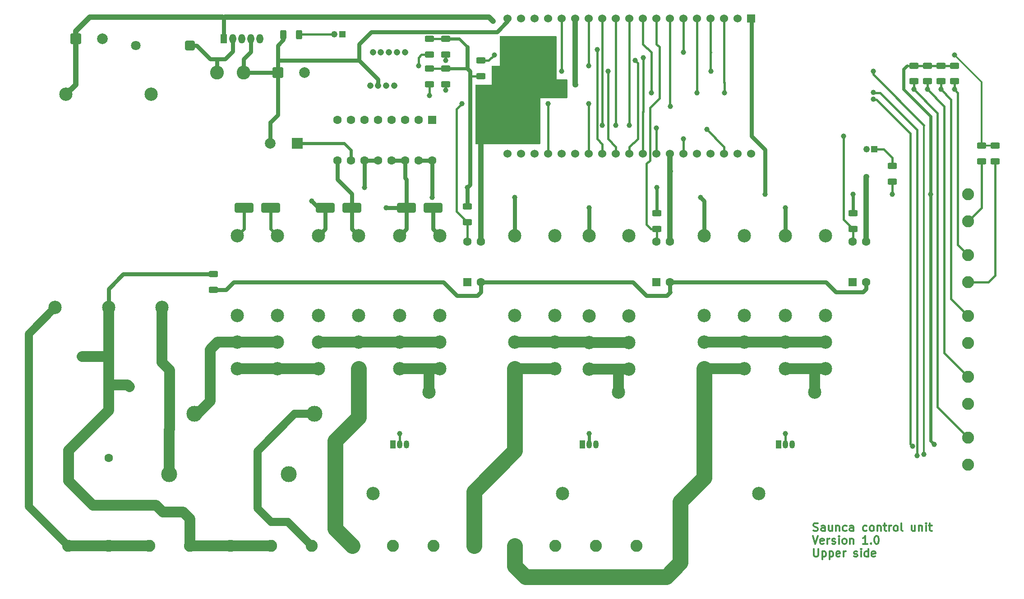
<source format=gbr>
%TF.GenerationSoftware,KiCad,Pcbnew,9.0.7*%
%TF.CreationDate,2026-02-09T15:58:26+01:00*%
%TF.ProjectId,SaunaPCB,5361756e-6150-4434-922e-6b696361645f,0.0.1*%
%TF.SameCoordinates,Original*%
%TF.FileFunction,Copper,L1,Top*%
%TF.FilePolarity,Positive*%
%FSLAX46Y46*%
G04 Gerber Fmt 4.6, Leading zero omitted, Abs format (unit mm)*
G04 Created by KiCad (PCBNEW 9.0.7) date 2026-02-09 15:58:26*
%MOMM*%
%LPD*%
G01*
G04 APERTURE LIST*
G04 Aperture macros list*
%AMRoundRect*
0 Rectangle with rounded corners*
0 $1 Rounding radius*
0 $2 $3 $4 $5 $6 $7 $8 $9 X,Y pos of 4 corners*
0 Add a 4 corners polygon primitive as box body*
4,1,4,$2,$3,$4,$5,$6,$7,$8,$9,$2,$3,0*
0 Add four circle primitives for the rounded corners*
1,1,$1+$1,$2,$3*
1,1,$1+$1,$4,$5*
1,1,$1+$1,$6,$7*
1,1,$1+$1,$8,$9*
0 Add four rect primitives between the rounded corners*
20,1,$1+$1,$2,$3,$4,$5,0*
20,1,$1+$1,$4,$5,$6,$7,0*
20,1,$1+$1,$6,$7,$8,$9,0*
20,1,$1+$1,$8,$9,$2,$3,0*%
G04 Aperture macros list end*
%ADD10C,0.300000*%
%TA.AperFunction,NonConductor*%
%ADD11C,0.300000*%
%TD*%
%TA.AperFunction,ComponentPad*%
%ADD12RoundRect,0.250000X0.550000X-0.550000X0.550000X0.550000X-0.550000X0.550000X-0.550000X-0.550000X0*%
%TD*%
%TA.AperFunction,ComponentPad*%
%ADD13C,1.600000*%
%TD*%
%TA.AperFunction,ComponentPad*%
%ADD14C,1.800000*%
%TD*%
%TA.AperFunction,ComponentPad*%
%ADD15C,2.250000*%
%TD*%
%TA.AperFunction,ComponentPad*%
%ADD16RoundRect,0.250000X-0.550000X0.550000X-0.550000X-0.550000X0.550000X-0.550000X0.550000X0.550000X0*%
%TD*%
%TA.AperFunction,ComponentPad*%
%ADD17C,2.500000*%
%TD*%
%TA.AperFunction,ComponentPad*%
%ADD18R,1.050000X1.500000*%
%TD*%
%TA.AperFunction,ComponentPad*%
%ADD19O,1.050000X1.500000*%
%TD*%
%TA.AperFunction,SMDPad,CuDef*%
%ADD20RoundRect,0.250000X-0.625000X0.312500X-0.625000X-0.312500X0.625000X-0.312500X0.625000X0.312500X0*%
%TD*%
%TA.AperFunction,ComponentPad*%
%ADD21C,3.000000*%
%TD*%
%TA.AperFunction,SMDPad,CuDef*%
%ADD22RoundRect,0.250000X1.500000X0.650000X-1.500000X0.650000X-1.500000X-0.650000X1.500000X-0.650000X0*%
%TD*%
%TA.AperFunction,ComponentPad*%
%ADD23R,1.275000X1.800000*%
%TD*%
%TA.AperFunction,ComponentPad*%
%ADD24O,1.275000X1.800000*%
%TD*%
%TA.AperFunction,ComponentPad*%
%ADD25C,1.208000*%
%TD*%
%TA.AperFunction,ComponentPad*%
%ADD26R,1.238000X1.238000*%
%TD*%
%TA.AperFunction,ComponentPad*%
%ADD27C,1.238000*%
%TD*%
%TA.AperFunction,ComponentPad*%
%ADD28R,2.000000X2.000000*%
%TD*%
%TA.AperFunction,ComponentPad*%
%ADD29C,2.000000*%
%TD*%
%TA.AperFunction,ComponentPad*%
%ADD30RoundRect,0.250000X0.650000X0.650000X-0.650000X0.650000X-0.650000X-0.650000X0.650000X-0.650000X0*%
%TD*%
%TA.AperFunction,ComponentPad*%
%ADD31RoundRect,0.250000X-0.750000X-0.750000X0.750000X-0.750000X0.750000X0.750000X-0.750000X0.750000X0*%
%TD*%
%TA.AperFunction,SMDPad,CuDef*%
%ADD32RoundRect,0.250000X0.625000X-0.312500X0.625000X0.312500X-0.625000X0.312500X-0.625000X-0.312500X0*%
%TD*%
%TA.AperFunction,SMDPad,CuDef*%
%ADD33RoundRect,0.250000X-0.312500X-0.625000X0.312500X-0.625000X0.312500X0.625000X-0.312500X0.625000X0*%
%TD*%
%TA.AperFunction,ComponentPad*%
%ADD34C,2.600000*%
%TD*%
%TA.AperFunction,ComponentPad*%
%ADD35R,1.530000X1.530000*%
%TD*%
%TA.AperFunction,ComponentPad*%
%ADD36C,1.530000*%
%TD*%
%TA.AperFunction,ViaPad*%
%ADD37C,1.000000*%
%TD*%
%TA.AperFunction,Conductor*%
%ADD38C,1.000000*%
%TD*%
%TA.AperFunction,Conductor*%
%ADD39C,0.400000*%
%TD*%
%TA.AperFunction,Conductor*%
%ADD40C,0.600000*%
%TD*%
%TA.AperFunction,Conductor*%
%ADD41C,0.800000*%
%TD*%
%TA.AperFunction,Conductor*%
%ADD42C,2.000000*%
%TD*%
%TA.AperFunction,Conductor*%
%ADD43C,3.000000*%
%TD*%
%TA.AperFunction,Conductor*%
%ADD44C,1.500000*%
%TD*%
%TA.AperFunction,Conductor*%
%ADD45C,0.300000*%
%TD*%
G04 APERTURE END LIST*
D10*
D11*
X212939082Y-145695568D02*
X213153368Y-145766996D01*
X213153368Y-145766996D02*
X213510510Y-145766996D01*
X213510510Y-145766996D02*
X213653368Y-145695568D01*
X213653368Y-145695568D02*
X213724796Y-145624139D01*
X213724796Y-145624139D02*
X213796225Y-145481282D01*
X213796225Y-145481282D02*
X213796225Y-145338425D01*
X213796225Y-145338425D02*
X213724796Y-145195568D01*
X213724796Y-145195568D02*
X213653368Y-145124139D01*
X213653368Y-145124139D02*
X213510510Y-145052710D01*
X213510510Y-145052710D02*
X213224796Y-144981282D01*
X213224796Y-144981282D02*
X213081939Y-144909853D01*
X213081939Y-144909853D02*
X213010510Y-144838425D01*
X213010510Y-144838425D02*
X212939082Y-144695568D01*
X212939082Y-144695568D02*
X212939082Y-144552710D01*
X212939082Y-144552710D02*
X213010510Y-144409853D01*
X213010510Y-144409853D02*
X213081939Y-144338425D01*
X213081939Y-144338425D02*
X213224796Y-144266996D01*
X213224796Y-144266996D02*
X213581939Y-144266996D01*
X213581939Y-144266996D02*
X213796225Y-144338425D01*
X215081939Y-145766996D02*
X215081939Y-144981282D01*
X215081939Y-144981282D02*
X215010510Y-144838425D01*
X215010510Y-144838425D02*
X214867653Y-144766996D01*
X214867653Y-144766996D02*
X214581939Y-144766996D01*
X214581939Y-144766996D02*
X214439081Y-144838425D01*
X215081939Y-145695568D02*
X214939081Y-145766996D01*
X214939081Y-145766996D02*
X214581939Y-145766996D01*
X214581939Y-145766996D02*
X214439081Y-145695568D01*
X214439081Y-145695568D02*
X214367653Y-145552710D01*
X214367653Y-145552710D02*
X214367653Y-145409853D01*
X214367653Y-145409853D02*
X214439081Y-145266996D01*
X214439081Y-145266996D02*
X214581939Y-145195568D01*
X214581939Y-145195568D02*
X214939081Y-145195568D01*
X214939081Y-145195568D02*
X215081939Y-145124139D01*
X216439082Y-144766996D02*
X216439082Y-145766996D01*
X215796224Y-144766996D02*
X215796224Y-145552710D01*
X215796224Y-145552710D02*
X215867653Y-145695568D01*
X215867653Y-145695568D02*
X216010510Y-145766996D01*
X216010510Y-145766996D02*
X216224796Y-145766996D01*
X216224796Y-145766996D02*
X216367653Y-145695568D01*
X216367653Y-145695568D02*
X216439082Y-145624139D01*
X217153367Y-144766996D02*
X217153367Y-145766996D01*
X217153367Y-144909853D02*
X217224796Y-144838425D01*
X217224796Y-144838425D02*
X217367653Y-144766996D01*
X217367653Y-144766996D02*
X217581939Y-144766996D01*
X217581939Y-144766996D02*
X217724796Y-144838425D01*
X217724796Y-144838425D02*
X217796225Y-144981282D01*
X217796225Y-144981282D02*
X217796225Y-145766996D01*
X219153368Y-145695568D02*
X219010510Y-145766996D01*
X219010510Y-145766996D02*
X218724796Y-145766996D01*
X218724796Y-145766996D02*
X218581939Y-145695568D01*
X218581939Y-145695568D02*
X218510510Y-145624139D01*
X218510510Y-145624139D02*
X218439082Y-145481282D01*
X218439082Y-145481282D02*
X218439082Y-145052710D01*
X218439082Y-145052710D02*
X218510510Y-144909853D01*
X218510510Y-144909853D02*
X218581939Y-144838425D01*
X218581939Y-144838425D02*
X218724796Y-144766996D01*
X218724796Y-144766996D02*
X219010510Y-144766996D01*
X219010510Y-144766996D02*
X219153368Y-144838425D01*
X220439082Y-145766996D02*
X220439082Y-144981282D01*
X220439082Y-144981282D02*
X220367653Y-144838425D01*
X220367653Y-144838425D02*
X220224796Y-144766996D01*
X220224796Y-144766996D02*
X219939082Y-144766996D01*
X219939082Y-144766996D02*
X219796224Y-144838425D01*
X220439082Y-145695568D02*
X220296224Y-145766996D01*
X220296224Y-145766996D02*
X219939082Y-145766996D01*
X219939082Y-145766996D02*
X219796224Y-145695568D01*
X219796224Y-145695568D02*
X219724796Y-145552710D01*
X219724796Y-145552710D02*
X219724796Y-145409853D01*
X219724796Y-145409853D02*
X219796224Y-145266996D01*
X219796224Y-145266996D02*
X219939082Y-145195568D01*
X219939082Y-145195568D02*
X220296224Y-145195568D01*
X220296224Y-145195568D02*
X220439082Y-145124139D01*
X222939082Y-145695568D02*
X222796224Y-145766996D01*
X222796224Y-145766996D02*
X222510510Y-145766996D01*
X222510510Y-145766996D02*
X222367653Y-145695568D01*
X222367653Y-145695568D02*
X222296224Y-145624139D01*
X222296224Y-145624139D02*
X222224796Y-145481282D01*
X222224796Y-145481282D02*
X222224796Y-145052710D01*
X222224796Y-145052710D02*
X222296224Y-144909853D01*
X222296224Y-144909853D02*
X222367653Y-144838425D01*
X222367653Y-144838425D02*
X222510510Y-144766996D01*
X222510510Y-144766996D02*
X222796224Y-144766996D01*
X222796224Y-144766996D02*
X222939082Y-144838425D01*
X223796224Y-145766996D02*
X223653367Y-145695568D01*
X223653367Y-145695568D02*
X223581938Y-145624139D01*
X223581938Y-145624139D02*
X223510510Y-145481282D01*
X223510510Y-145481282D02*
X223510510Y-145052710D01*
X223510510Y-145052710D02*
X223581938Y-144909853D01*
X223581938Y-144909853D02*
X223653367Y-144838425D01*
X223653367Y-144838425D02*
X223796224Y-144766996D01*
X223796224Y-144766996D02*
X224010510Y-144766996D01*
X224010510Y-144766996D02*
X224153367Y-144838425D01*
X224153367Y-144838425D02*
X224224796Y-144909853D01*
X224224796Y-144909853D02*
X224296224Y-145052710D01*
X224296224Y-145052710D02*
X224296224Y-145481282D01*
X224296224Y-145481282D02*
X224224796Y-145624139D01*
X224224796Y-145624139D02*
X224153367Y-145695568D01*
X224153367Y-145695568D02*
X224010510Y-145766996D01*
X224010510Y-145766996D02*
X223796224Y-145766996D01*
X224939081Y-144766996D02*
X224939081Y-145766996D01*
X224939081Y-144909853D02*
X225010510Y-144838425D01*
X225010510Y-144838425D02*
X225153367Y-144766996D01*
X225153367Y-144766996D02*
X225367653Y-144766996D01*
X225367653Y-144766996D02*
X225510510Y-144838425D01*
X225510510Y-144838425D02*
X225581939Y-144981282D01*
X225581939Y-144981282D02*
X225581939Y-145766996D01*
X226081939Y-144766996D02*
X226653367Y-144766996D01*
X226296224Y-144266996D02*
X226296224Y-145552710D01*
X226296224Y-145552710D02*
X226367653Y-145695568D01*
X226367653Y-145695568D02*
X226510510Y-145766996D01*
X226510510Y-145766996D02*
X226653367Y-145766996D01*
X227153367Y-145766996D02*
X227153367Y-144766996D01*
X227153367Y-145052710D02*
X227224796Y-144909853D01*
X227224796Y-144909853D02*
X227296225Y-144838425D01*
X227296225Y-144838425D02*
X227439082Y-144766996D01*
X227439082Y-144766996D02*
X227581939Y-144766996D01*
X228296224Y-145766996D02*
X228153367Y-145695568D01*
X228153367Y-145695568D02*
X228081938Y-145624139D01*
X228081938Y-145624139D02*
X228010510Y-145481282D01*
X228010510Y-145481282D02*
X228010510Y-145052710D01*
X228010510Y-145052710D02*
X228081938Y-144909853D01*
X228081938Y-144909853D02*
X228153367Y-144838425D01*
X228153367Y-144838425D02*
X228296224Y-144766996D01*
X228296224Y-144766996D02*
X228510510Y-144766996D01*
X228510510Y-144766996D02*
X228653367Y-144838425D01*
X228653367Y-144838425D02*
X228724796Y-144909853D01*
X228724796Y-144909853D02*
X228796224Y-145052710D01*
X228796224Y-145052710D02*
X228796224Y-145481282D01*
X228796224Y-145481282D02*
X228724796Y-145624139D01*
X228724796Y-145624139D02*
X228653367Y-145695568D01*
X228653367Y-145695568D02*
X228510510Y-145766996D01*
X228510510Y-145766996D02*
X228296224Y-145766996D01*
X229653367Y-145766996D02*
X229510510Y-145695568D01*
X229510510Y-145695568D02*
X229439081Y-145552710D01*
X229439081Y-145552710D02*
X229439081Y-144266996D01*
X232010510Y-144766996D02*
X232010510Y-145766996D01*
X231367652Y-144766996D02*
X231367652Y-145552710D01*
X231367652Y-145552710D02*
X231439081Y-145695568D01*
X231439081Y-145695568D02*
X231581938Y-145766996D01*
X231581938Y-145766996D02*
X231796224Y-145766996D01*
X231796224Y-145766996D02*
X231939081Y-145695568D01*
X231939081Y-145695568D02*
X232010510Y-145624139D01*
X232724795Y-144766996D02*
X232724795Y-145766996D01*
X232724795Y-144909853D02*
X232796224Y-144838425D01*
X232796224Y-144838425D02*
X232939081Y-144766996D01*
X232939081Y-144766996D02*
X233153367Y-144766996D01*
X233153367Y-144766996D02*
X233296224Y-144838425D01*
X233296224Y-144838425D02*
X233367653Y-144981282D01*
X233367653Y-144981282D02*
X233367653Y-145766996D01*
X234081938Y-145766996D02*
X234081938Y-144766996D01*
X234081938Y-144266996D02*
X234010510Y-144338425D01*
X234010510Y-144338425D02*
X234081938Y-144409853D01*
X234081938Y-144409853D02*
X234153367Y-144338425D01*
X234153367Y-144338425D02*
X234081938Y-144266996D01*
X234081938Y-144266996D02*
X234081938Y-144409853D01*
X234581939Y-144766996D02*
X235153367Y-144766996D01*
X234796224Y-144266996D02*
X234796224Y-145552710D01*
X234796224Y-145552710D02*
X234867653Y-145695568D01*
X234867653Y-145695568D02*
X235010510Y-145766996D01*
X235010510Y-145766996D02*
X235153367Y-145766996D01*
X212796225Y-146681912D02*
X213296225Y-148181912D01*
X213296225Y-148181912D02*
X213796225Y-146681912D01*
X214867653Y-148110484D02*
X214724796Y-148181912D01*
X214724796Y-148181912D02*
X214439082Y-148181912D01*
X214439082Y-148181912D02*
X214296224Y-148110484D01*
X214296224Y-148110484D02*
X214224796Y-147967626D01*
X214224796Y-147967626D02*
X214224796Y-147396198D01*
X214224796Y-147396198D02*
X214296224Y-147253341D01*
X214296224Y-147253341D02*
X214439082Y-147181912D01*
X214439082Y-147181912D02*
X214724796Y-147181912D01*
X214724796Y-147181912D02*
X214867653Y-147253341D01*
X214867653Y-147253341D02*
X214939082Y-147396198D01*
X214939082Y-147396198D02*
X214939082Y-147539055D01*
X214939082Y-147539055D02*
X214224796Y-147681912D01*
X215581938Y-148181912D02*
X215581938Y-147181912D01*
X215581938Y-147467626D02*
X215653367Y-147324769D01*
X215653367Y-147324769D02*
X215724796Y-147253341D01*
X215724796Y-147253341D02*
X215867653Y-147181912D01*
X215867653Y-147181912D02*
X216010510Y-147181912D01*
X216439081Y-148110484D02*
X216581938Y-148181912D01*
X216581938Y-148181912D02*
X216867652Y-148181912D01*
X216867652Y-148181912D02*
X217010509Y-148110484D01*
X217010509Y-148110484D02*
X217081938Y-147967626D01*
X217081938Y-147967626D02*
X217081938Y-147896198D01*
X217081938Y-147896198D02*
X217010509Y-147753341D01*
X217010509Y-147753341D02*
X216867652Y-147681912D01*
X216867652Y-147681912D02*
X216653367Y-147681912D01*
X216653367Y-147681912D02*
X216510509Y-147610484D01*
X216510509Y-147610484D02*
X216439081Y-147467626D01*
X216439081Y-147467626D02*
X216439081Y-147396198D01*
X216439081Y-147396198D02*
X216510509Y-147253341D01*
X216510509Y-147253341D02*
X216653367Y-147181912D01*
X216653367Y-147181912D02*
X216867652Y-147181912D01*
X216867652Y-147181912D02*
X217010509Y-147253341D01*
X217724795Y-148181912D02*
X217724795Y-147181912D01*
X217724795Y-146681912D02*
X217653367Y-146753341D01*
X217653367Y-146753341D02*
X217724795Y-146824769D01*
X217724795Y-146824769D02*
X217796224Y-146753341D01*
X217796224Y-146753341D02*
X217724795Y-146681912D01*
X217724795Y-146681912D02*
X217724795Y-146824769D01*
X218653367Y-148181912D02*
X218510510Y-148110484D01*
X218510510Y-148110484D02*
X218439081Y-148039055D01*
X218439081Y-148039055D02*
X218367653Y-147896198D01*
X218367653Y-147896198D02*
X218367653Y-147467626D01*
X218367653Y-147467626D02*
X218439081Y-147324769D01*
X218439081Y-147324769D02*
X218510510Y-147253341D01*
X218510510Y-147253341D02*
X218653367Y-147181912D01*
X218653367Y-147181912D02*
X218867653Y-147181912D01*
X218867653Y-147181912D02*
X219010510Y-147253341D01*
X219010510Y-147253341D02*
X219081939Y-147324769D01*
X219081939Y-147324769D02*
X219153367Y-147467626D01*
X219153367Y-147467626D02*
X219153367Y-147896198D01*
X219153367Y-147896198D02*
X219081939Y-148039055D01*
X219081939Y-148039055D02*
X219010510Y-148110484D01*
X219010510Y-148110484D02*
X218867653Y-148181912D01*
X218867653Y-148181912D02*
X218653367Y-148181912D01*
X219796224Y-147181912D02*
X219796224Y-148181912D01*
X219796224Y-147324769D02*
X219867653Y-147253341D01*
X219867653Y-147253341D02*
X220010510Y-147181912D01*
X220010510Y-147181912D02*
X220224796Y-147181912D01*
X220224796Y-147181912D02*
X220367653Y-147253341D01*
X220367653Y-147253341D02*
X220439082Y-147396198D01*
X220439082Y-147396198D02*
X220439082Y-148181912D01*
X223081939Y-148181912D02*
X222224796Y-148181912D01*
X222653367Y-148181912D02*
X222653367Y-146681912D01*
X222653367Y-146681912D02*
X222510510Y-146896198D01*
X222510510Y-146896198D02*
X222367653Y-147039055D01*
X222367653Y-147039055D02*
X222224796Y-147110484D01*
X223724795Y-148039055D02*
X223796224Y-148110484D01*
X223796224Y-148110484D02*
X223724795Y-148181912D01*
X223724795Y-148181912D02*
X223653367Y-148110484D01*
X223653367Y-148110484D02*
X223724795Y-148039055D01*
X223724795Y-148039055D02*
X223724795Y-148181912D01*
X224724796Y-146681912D02*
X224867653Y-146681912D01*
X224867653Y-146681912D02*
X225010510Y-146753341D01*
X225010510Y-146753341D02*
X225081939Y-146824769D01*
X225081939Y-146824769D02*
X225153367Y-146967626D01*
X225153367Y-146967626D02*
X225224796Y-147253341D01*
X225224796Y-147253341D02*
X225224796Y-147610484D01*
X225224796Y-147610484D02*
X225153367Y-147896198D01*
X225153367Y-147896198D02*
X225081939Y-148039055D01*
X225081939Y-148039055D02*
X225010510Y-148110484D01*
X225010510Y-148110484D02*
X224867653Y-148181912D01*
X224867653Y-148181912D02*
X224724796Y-148181912D01*
X224724796Y-148181912D02*
X224581939Y-148110484D01*
X224581939Y-148110484D02*
X224510510Y-148039055D01*
X224510510Y-148039055D02*
X224439081Y-147896198D01*
X224439081Y-147896198D02*
X224367653Y-147610484D01*
X224367653Y-147610484D02*
X224367653Y-147253341D01*
X224367653Y-147253341D02*
X224439081Y-146967626D01*
X224439081Y-146967626D02*
X224510510Y-146824769D01*
X224510510Y-146824769D02*
X224581939Y-146753341D01*
X224581939Y-146753341D02*
X224724796Y-146681912D01*
X213010510Y-149096828D02*
X213010510Y-150311114D01*
X213010510Y-150311114D02*
X213081939Y-150453971D01*
X213081939Y-150453971D02*
X213153368Y-150525400D01*
X213153368Y-150525400D02*
X213296225Y-150596828D01*
X213296225Y-150596828D02*
X213581939Y-150596828D01*
X213581939Y-150596828D02*
X213724796Y-150525400D01*
X213724796Y-150525400D02*
X213796225Y-150453971D01*
X213796225Y-150453971D02*
X213867653Y-150311114D01*
X213867653Y-150311114D02*
X213867653Y-149096828D01*
X214581939Y-149596828D02*
X214581939Y-151096828D01*
X214581939Y-149668257D02*
X214724797Y-149596828D01*
X214724797Y-149596828D02*
X215010511Y-149596828D01*
X215010511Y-149596828D02*
X215153368Y-149668257D01*
X215153368Y-149668257D02*
X215224797Y-149739685D01*
X215224797Y-149739685D02*
X215296225Y-149882542D01*
X215296225Y-149882542D02*
X215296225Y-150311114D01*
X215296225Y-150311114D02*
X215224797Y-150453971D01*
X215224797Y-150453971D02*
X215153368Y-150525400D01*
X215153368Y-150525400D02*
X215010511Y-150596828D01*
X215010511Y-150596828D02*
X214724797Y-150596828D01*
X214724797Y-150596828D02*
X214581939Y-150525400D01*
X215939082Y-149596828D02*
X215939082Y-151096828D01*
X215939082Y-149668257D02*
X216081940Y-149596828D01*
X216081940Y-149596828D02*
X216367654Y-149596828D01*
X216367654Y-149596828D02*
X216510511Y-149668257D01*
X216510511Y-149668257D02*
X216581940Y-149739685D01*
X216581940Y-149739685D02*
X216653368Y-149882542D01*
X216653368Y-149882542D02*
X216653368Y-150311114D01*
X216653368Y-150311114D02*
X216581940Y-150453971D01*
X216581940Y-150453971D02*
X216510511Y-150525400D01*
X216510511Y-150525400D02*
X216367654Y-150596828D01*
X216367654Y-150596828D02*
X216081940Y-150596828D01*
X216081940Y-150596828D02*
X215939082Y-150525400D01*
X217867654Y-150525400D02*
X217724797Y-150596828D01*
X217724797Y-150596828D02*
X217439083Y-150596828D01*
X217439083Y-150596828D02*
X217296225Y-150525400D01*
X217296225Y-150525400D02*
X217224797Y-150382542D01*
X217224797Y-150382542D02*
X217224797Y-149811114D01*
X217224797Y-149811114D02*
X217296225Y-149668257D01*
X217296225Y-149668257D02*
X217439083Y-149596828D01*
X217439083Y-149596828D02*
X217724797Y-149596828D01*
X217724797Y-149596828D02*
X217867654Y-149668257D01*
X217867654Y-149668257D02*
X217939083Y-149811114D01*
X217939083Y-149811114D02*
X217939083Y-149953971D01*
X217939083Y-149953971D02*
X217224797Y-150096828D01*
X218581939Y-150596828D02*
X218581939Y-149596828D01*
X218581939Y-149882542D02*
X218653368Y-149739685D01*
X218653368Y-149739685D02*
X218724797Y-149668257D01*
X218724797Y-149668257D02*
X218867654Y-149596828D01*
X218867654Y-149596828D02*
X219010511Y-149596828D01*
X220581939Y-150525400D02*
X220724796Y-150596828D01*
X220724796Y-150596828D02*
X221010510Y-150596828D01*
X221010510Y-150596828D02*
X221153367Y-150525400D01*
X221153367Y-150525400D02*
X221224796Y-150382542D01*
X221224796Y-150382542D02*
X221224796Y-150311114D01*
X221224796Y-150311114D02*
X221153367Y-150168257D01*
X221153367Y-150168257D02*
X221010510Y-150096828D01*
X221010510Y-150096828D02*
X220796225Y-150096828D01*
X220796225Y-150096828D02*
X220653367Y-150025400D01*
X220653367Y-150025400D02*
X220581939Y-149882542D01*
X220581939Y-149882542D02*
X220581939Y-149811114D01*
X220581939Y-149811114D02*
X220653367Y-149668257D01*
X220653367Y-149668257D02*
X220796225Y-149596828D01*
X220796225Y-149596828D02*
X221010510Y-149596828D01*
X221010510Y-149596828D02*
X221153367Y-149668257D01*
X221867653Y-150596828D02*
X221867653Y-149596828D01*
X221867653Y-149096828D02*
X221796225Y-149168257D01*
X221796225Y-149168257D02*
X221867653Y-149239685D01*
X221867653Y-149239685D02*
X221939082Y-149168257D01*
X221939082Y-149168257D02*
X221867653Y-149096828D01*
X221867653Y-149096828D02*
X221867653Y-149239685D01*
X223224797Y-150596828D02*
X223224797Y-149096828D01*
X223224797Y-150525400D02*
X223081939Y-150596828D01*
X223081939Y-150596828D02*
X222796225Y-150596828D01*
X222796225Y-150596828D02*
X222653368Y-150525400D01*
X222653368Y-150525400D02*
X222581939Y-150453971D01*
X222581939Y-150453971D02*
X222510511Y-150311114D01*
X222510511Y-150311114D02*
X222510511Y-149882542D01*
X222510511Y-149882542D02*
X222581939Y-149739685D01*
X222581939Y-149739685D02*
X222653368Y-149668257D01*
X222653368Y-149668257D02*
X222796225Y-149596828D01*
X222796225Y-149596828D02*
X223081939Y-149596828D01*
X223081939Y-149596828D02*
X223224797Y-149668257D01*
X224510511Y-150525400D02*
X224367654Y-150596828D01*
X224367654Y-150596828D02*
X224081940Y-150596828D01*
X224081940Y-150596828D02*
X223939082Y-150525400D01*
X223939082Y-150525400D02*
X223867654Y-150382542D01*
X223867654Y-150382542D02*
X223867654Y-149811114D01*
X223867654Y-149811114D02*
X223939082Y-149668257D01*
X223939082Y-149668257D02*
X224081940Y-149596828D01*
X224081940Y-149596828D02*
X224367654Y-149596828D01*
X224367654Y-149596828D02*
X224510511Y-149668257D01*
X224510511Y-149668257D02*
X224581940Y-149811114D01*
X224581940Y-149811114D02*
X224581940Y-149953971D01*
X224581940Y-149953971D02*
X223867654Y-150096828D01*
D12*
%TO.P,U204,1*%
%TO.N,Net-(D207-K)*%
X183495000Y-98980000D03*
D13*
%TO.P,U204,2*%
%TO.N,Net-(D206-A)*%
X186035000Y-98980000D03*
%TO.P,U204,3*%
%TO.N,GND*%
X186035000Y-91360000D03*
%TO.P,U204,4*%
%TO.N,L2_Sense*%
X183495000Y-91360000D03*
%TD*%
D14*
%TO.P,RV201,1*%
%TO.N,N*%
X84567000Y-118665000D03*
%TO.P,RV201,2*%
%TO.N,L1_ON*%
X92067000Y-120298330D03*
%TD*%
D15*
%TO.P,J304,1*%
%TO.N,GND*%
X241920000Y-98980000D03*
%TO.P,J304,2*%
%TO.N,KTY_Oven*%
X241920000Y-93900000D03*
%TD*%
D16*
%TO.P,U301,1,I1*%
%TO.N,/Controller part/R1_3V3*%
X141336000Y-68500000D03*
D13*
%TO.P,U301,2,I2*%
X138796000Y-68500000D03*
%TO.P,U301,3,I3*%
%TO.N,/Controller part/R2_3V3*%
X136256000Y-68500000D03*
%TO.P,U301,4,I4*%
X133716000Y-68500000D03*
%TO.P,U301,5,I5*%
%TO.N,/Controller part/R3_3V3*%
X131176000Y-68500000D03*
%TO.P,U301,6,I6*%
X128636000Y-68500000D03*
%TO.P,U301,7,I7*%
%TO.N,/Controller part/Summer_3V3*%
X126096000Y-68500000D03*
%TO.P,U301,8,GND*%
%TO.N,GND*%
X123556000Y-68500000D03*
%TO.P,U301,9,COM*%
%TO.N,24VR*%
X123556000Y-76120000D03*
%TO.P,U301,10,O7*%
%TO.N,Net-(U301-O7)*%
X126096000Y-76120000D03*
%TO.P,U301,11,O6*%
%TO.N,Relais_3*%
X128636000Y-76120000D03*
%TO.P,U301,12,O5*%
X131176000Y-76120000D03*
%TO.P,U301,13,O4*%
%TO.N,Relais_2*%
X133716000Y-76120000D03*
%TO.P,U301,14,O3*%
X136256000Y-76120000D03*
%TO.P,U301,15,O2*%
%TO.N,Relais_1*%
X138796000Y-76120000D03*
%TO.P,U301,16,O1*%
X141336000Y-76120000D03*
%TD*%
D12*
%TO.P,U205,1*%
%TO.N,Net-(D208-K)*%
X220325000Y-98975000D03*
D13*
%TO.P,U205,2*%
%TO.N,Net-(D206-A)*%
X222865000Y-98975000D03*
%TO.P,U205,3*%
%TO.N,GND*%
X222865000Y-91355000D03*
%TO.P,U205,4*%
%TO.N,L3_Sense*%
X220325000Y-91355000D03*
%TD*%
D17*
%TO.P,K206,11a*%
%TO.N,/Power distribution part/L1_SW*%
X142800000Y-110290000D03*
%TO.P,K206,11b*%
X135300000Y-110290000D03*
%TO.P,K206,12a*%
%TO.N,unconnected-(K206-Pad12a)*%
X142800000Y-105290000D03*
%TO.P,K206,12b*%
%TO.N,unconnected-(K206-Pad12b)*%
X135300000Y-105290000D03*
%TO.P,K206,14a*%
%TO.N,/Power distribution part/K206_Out*%
X142800000Y-115290000D03*
%TO.P,K206,14b*%
X135300000Y-115290000D03*
%TO.P,K206,A1*%
%TO.N,24VR*%
X142800000Y-90290000D03*
%TO.P,K206,A2*%
%TO.N,Relais_2*%
X135300000Y-90290000D03*
%TD*%
D15*
%TO.P,J302,1*%
%TO.N,GND*%
X241920000Y-121840000D03*
%TO.P,J302,2*%
%TO.N,Standby_OnOff*%
X241920000Y-116760000D03*
%TD*%
D18*
%TO.P,U208,1,VCC*%
%TO.N,+3V3*%
X133970000Y-129460000D03*
D19*
%TO.P,U208,2,GND*%
%TO.N,GND*%
X135240000Y-129460000D03*
%TO.P,U208,3,OUT*%
%TO.N,I_L1*%
X136510000Y-129460000D03*
%TD*%
D15*
%TO.P,J203,1*%
%TO.N,PE*%
X73010000Y-148510000D03*
%TO.P,J203,2*%
X80630000Y-148510000D03*
%TO.P,J203,3*%
X88250000Y-148510000D03*
%TD*%
D17*
%TO.P,K207,11a*%
%TO.N,Net-(F201-Pad1)*%
X112320000Y-110290000D03*
%TO.P,K207,11b*%
X104820000Y-110290000D03*
%TO.P,K207,12a*%
%TO.N,unconnected-(K207-Pad12a)*%
X112320000Y-105290000D03*
%TO.P,K207,12b*%
%TO.N,unconnected-(K207-Pad12b)*%
X104820000Y-105290000D03*
%TO.P,K207,14a*%
%TO.N,L1*%
X112320000Y-115290000D03*
%TO.P,K207,14b*%
X104820000Y-115290000D03*
%TO.P,K207,A1*%
%TO.N,24VR*%
X112320000Y-90290000D03*
%TO.P,K207,A2*%
%TO.N,Relais_3*%
X104820000Y-90290000D03*
%TD*%
D15*
%TO.P,J303,1*%
%TO.N,GND*%
X241920000Y-110410000D03*
%TO.P,J303,2*%
%TO.N,Door_Contact*%
X241920000Y-105330000D03*
%TD*%
D20*
%TO.P,R306,1*%
%TO.N,+3V3*%
X143876000Y-58909500D03*
%TO.P,R306,2*%
%TO.N,SCL*%
X143876000Y-61834500D03*
%TD*%
D21*
%TO.P,F201,1*%
%TO.N,Net-(F201-Pad1)*%
X96759000Y-123745000D03*
%TO.P,F201,2*%
%TO.N,Light_out*%
X119259000Y-123745000D03*
%TD*%
D22*
%TO.P,D202,1,K*%
%TO.N,24VR*%
X141550000Y-85010000D03*
%TO.P,D202,2,A*%
%TO.N,Relais_2*%
X136550000Y-85010000D03*
%TD*%
D23*
%TO.P,U202,1,VIN*%
%TO.N,+24V*%
X102220000Y-53260000D03*
D24*
%TO.P,U202,2,OUT*%
%TO.N,Net-(D203-K)*%
X103920000Y-53260000D03*
%TO.P,U202,3,GND*%
%TO.N,GND*%
X105620000Y-53260000D03*
%TO.P,U202,4,FB*%
%TO.N,+5V*%
X107320000Y-53260000D03*
%TO.P,U202,5,~{ON}/OFF*%
%TO.N,GND*%
X109020000Y-53260000D03*
%TD*%
D15*
%TO.P,J202,1*%
%TO.N,N*%
X95870000Y-148510000D03*
%TO.P,J202,2*%
X103490000Y-148510000D03*
%TO.P,J202,3*%
X111110000Y-148510000D03*
%TD*%
D17*
%TO.P,L201,1,1*%
%TO.N,/Power distribution part/L3_OUT*%
X202650000Y-138710000D03*
%TO.P,L201,2,2*%
%TO.N,/Power distribution part/K202_Out*%
X213150000Y-119710000D03*
%TD*%
D25*
%TO.P,J306,1,1*%
%TO.N,GND*%
X129748000Y-62120000D03*
%TO.P,J306,2,2*%
%TO.N,+5V*%
X131248000Y-62120000D03*
%TO.P,J306,3,3*%
%TO.N,SDA*%
X132748000Y-62120000D03*
%TO.P,J306,4,4*%
%TO.N,SCL*%
X134248000Y-62120000D03*
%TD*%
D26*
%TO.P,D204,1,K*%
%TO.N,GND*%
X124520000Y-52440000D03*
D27*
%TO.P,D204,2,A*%
%TO.N,Net-(D204-A)*%
X123020000Y-52440000D03*
%TD*%
D28*
%TO.P,LS301,1,1*%
%TO.N,Net-(U301-O7)*%
X116020785Y-72945000D03*
D29*
%TO.P,LS301,2,2*%
%TO.N,+5V*%
X111020785Y-72945000D03*
%TD*%
D13*
%TO.P,C202,1*%
%TO.N,N*%
X75670000Y-112950000D03*
%TO.P,C202,2*%
%TO.N,L1_ON*%
X90670000Y-112950000D03*
%TD*%
D30*
%TO.P,D203,1,K*%
%TO.N,Net-(D203-K)*%
X95870000Y-54530000D03*
D14*
%TO.P,D203,2,A*%
%TO.N,GND*%
X85710000Y-54530000D03*
%TD*%
D31*
%TO.P,C205,1*%
%TO.N,+5V*%
X112380000Y-59610000D03*
D29*
%TO.P,C205,2*%
%TO.N,GND*%
X117380000Y-59610000D03*
%TD*%
D15*
%TO.P,J201,1*%
%TO.N,L1*%
X141590000Y-148510000D03*
%TO.P,J201,2*%
%TO.N,L2*%
X149210000Y-148510000D03*
%TO.P,J201,3*%
%TO.N,L3*%
X156830000Y-148510000D03*
%TD*%
D17*
%TO.P,L204,1,1*%
%TO.N,/Power distribution part/L1_OUT*%
X130260000Y-138710000D03*
%TO.P,L204,2,2*%
%TO.N,/Power distribution part/K206_Out*%
X140760000Y-119710000D03*
%TD*%
D20*
%TO.P,R305,1*%
%TO.N,+3V3*%
X143876000Y-53321500D03*
%TO.P,R305,2*%
%TO.N,ENC_CLK*%
X143876000Y-56246500D03*
%TD*%
D17*
%TO.P,K202,11a*%
%TO.N,/Power distribution part/L3_SW*%
X215190000Y-110290000D03*
%TO.P,K202,11b*%
X207690000Y-110290000D03*
%TO.P,K202,12a*%
%TO.N,unconnected-(K202-Pad12a)*%
X215190000Y-105290000D03*
%TO.P,K202,12b*%
%TO.N,unconnected-(K202-Pad12b)*%
X207690000Y-105290000D03*
%TO.P,K202,14a*%
%TO.N,/Power distribution part/K202_Out*%
X215190000Y-115290000D03*
%TO.P,K202,14b*%
X207690000Y-115290000D03*
%TO.P,K202,A1*%
%TO.N,24VR*%
X215190000Y-90290000D03*
%TO.P,K202,A2*%
%TO.N,Relais_2*%
X207690000Y-90290000D03*
%TD*%
D20*
%TO.P,R307,1*%
%TO.N,+3V3*%
X140828000Y-53321500D03*
%TO.P,R307,2*%
%TO.N,ENC_DT*%
X140828000Y-56246500D03*
%TD*%
%TO.P,R309,1*%
%TO.N,+3V3*%
X140828000Y-58909500D03*
%TO.P,R309,2*%
%TO.N,SDA*%
X140828000Y-61834500D03*
%TD*%
D17*
%TO.P,K201,11a*%
%TO.N,/Power distribution part/L3_SW*%
X199950000Y-110290000D03*
%TO.P,K201,11b*%
X192450000Y-110290000D03*
%TO.P,K201,12a*%
%TO.N,unconnected-(K201-Pad12a)*%
X199950000Y-105290000D03*
%TO.P,K201,12b*%
%TO.N,unconnected-(K201-Pad12b)*%
X192450000Y-105290000D03*
%TO.P,K201,14a*%
%TO.N,L3*%
X199950000Y-115290000D03*
%TO.P,K201,14b*%
X192450000Y-115290000D03*
%TO.P,K201,A1*%
%TO.N,24VR*%
X199950000Y-90290000D03*
%TO.P,K201,A2*%
%TO.N,Relais_1*%
X192450000Y-90290000D03*
%TD*%
D15*
%TO.P,J301,1*%
%TO.N,GND*%
X241920000Y-133270000D03*
%TO.P,J301,2*%
%TO.N,Light_OnOff*%
X241920000Y-128190000D03*
%TD*%
D18*
%TO.P,U207,1,VCC*%
%TO.N,+3V3*%
X169530000Y-129460000D03*
D19*
%TO.P,U207,2,GND*%
%TO.N,GND*%
X170800000Y-129460000D03*
%TO.P,U207,3,OUT*%
%TO.N,I_L2*%
X172070000Y-129460000D03*
%TD*%
D17*
%TO.P,K203,11a*%
%TO.N,/Power distribution part/L2_SW*%
X164390000Y-110290000D03*
%TO.P,K203,11b*%
X156890000Y-110290000D03*
%TO.P,K203,12a*%
%TO.N,unconnected-(K203-Pad12a)*%
X164390000Y-105290000D03*
%TO.P,K203,12b*%
%TO.N,unconnected-(K203-Pad12b)*%
X156890000Y-105290000D03*
%TO.P,K203,14a*%
%TO.N,L2*%
X164390000Y-115290000D03*
%TO.P,K203,14b*%
X156890000Y-115290000D03*
%TO.P,K203,A1*%
%TO.N,24VR*%
X164390000Y-90290000D03*
%TO.P,K203,A2*%
%TO.N,Relais_1*%
X156890000Y-90290000D03*
%TD*%
%TO.P,K205,11a*%
%TO.N,/Power distribution part/L1_SW*%
X127560000Y-110290000D03*
%TO.P,K205,11b*%
X120060000Y-110290000D03*
%TO.P,K205,12a*%
%TO.N,unconnected-(K205-Pad12a)*%
X127560000Y-105290000D03*
%TO.P,K205,12b*%
%TO.N,unconnected-(K205-Pad12b)*%
X120060000Y-105290000D03*
%TO.P,K205,14a*%
%TO.N,L1*%
X127560000Y-115290000D03*
%TO.P,K205,14b*%
X120060000Y-115290000D03*
%TO.P,K205,A1*%
%TO.N,24VR*%
X127560000Y-90290000D03*
%TO.P,K205,A2*%
%TO.N,Relais_1*%
X120060000Y-90290000D03*
%TD*%
D12*
%TO.P,U203,1*%
%TO.N,Net-(D206-K)*%
X147940000Y-98980000D03*
D13*
%TO.P,U203,2*%
%TO.N,Net-(D206-A)*%
X150480000Y-98980000D03*
%TO.P,U203,3*%
%TO.N,GND*%
X150480000Y-91360000D03*
%TO.P,U203,4*%
%TO.N,L1_Sense*%
X147940000Y-91360000D03*
%TD*%
D15*
%TO.P,J204,1*%
%TO.N,24VR*%
X241920000Y-87550000D03*
%TO.P,J204,2*%
%TO.N,+24V*%
X241920000Y-82470000D03*
%TD*%
D32*
%TO.P,R212,1*%
%TO.N,L2_Sense*%
X183500000Y-89012500D03*
%TO.P,R212,2*%
%TO.N,+3V3*%
X183500000Y-86087500D03*
%TD*%
D15*
%TO.P,J205,1*%
%TO.N,/Power distribution part/L1_OUT*%
X164450000Y-148510000D03*
%TO.P,J205,2*%
%TO.N,/Power distribution part/L2_OUT*%
X172070000Y-148510000D03*
%TO.P,J205,3*%
%TO.N,/Power distribution part/L3_OUT*%
X179690000Y-148510000D03*
%TD*%
D13*
%TO.P,C201,1*%
%TO.N,PE*%
X65644000Y-123110000D03*
%TO.P,C201,2*%
%TO.N,N*%
X80644000Y-123110000D03*
%TD*%
D20*
%TO.P,R303,1*%
%TO.N,+3V3*%
X236840000Y-58340000D03*
%TO.P,R303,2*%
%TO.N,Door_Contact*%
X236840000Y-61265000D03*
%TD*%
D25*
%TO.P,J307,1,1*%
%TO.N,ENC_CLK*%
X136256000Y-55800000D03*
%TO.P,J307,2,2*%
%TO.N,ENC_DT*%
X134756000Y-55800000D03*
%TO.P,J307,3,3*%
%TO.N,ENC_SWITCH*%
X133256000Y-55800000D03*
%TO.P,J307,4,4*%
%TO.N,ENC_VCC*%
X131756000Y-55800000D03*
%TO.P,J307,5,5*%
%TO.N,GND*%
X130256000Y-55800000D03*
%TD*%
D20*
%TO.P,R202,1*%
%TO.N,24V_FB*%
X247000000Y-73387500D03*
%TO.P,R202,2*%
%TO.N,GND*%
X247000000Y-76312500D03*
%TD*%
D32*
%TO.P,R213,1*%
%TO.N,L3_Sense*%
X220330000Y-89012500D03*
%TO.P,R213,2*%
%TO.N,+3V3*%
X220330000Y-86087500D03*
%TD*%
D15*
%TO.P,J206,1*%
%TO.N,Light_out*%
X118730000Y-148510000D03*
%TO.P,J206,2*%
%TO.N,L1*%
X126350000Y-148510000D03*
%TO.P,J206,3*%
%TO.N,Net-(F202-Pad2)*%
X133970000Y-148510000D03*
%TD*%
D33*
%TO.P,R203,1*%
%TO.N,+5V*%
X113457500Y-52498000D03*
%TO.P,R203,2*%
%TO.N,Net-(D204-A)*%
X116382500Y-52498000D03*
%TD*%
D34*
%TO.P,L203,1,1*%
%TO.N,Net-(D203-K)*%
X100990000Y-59610000D03*
%TO.P,L203,2,2*%
%TO.N,+5V*%
X105990000Y-59610000D03*
%TD*%
D26*
%TO.P,J305,1,1*%
%TO.N,KTY_Room*%
X224382000Y-74030000D03*
D27*
%TO.P,J305,2,2*%
%TO.N,GND*%
X222882000Y-74030000D03*
%TD*%
D20*
%TO.P,R304,1*%
%TO.N,+3V3*%
X239380000Y-58340000D03*
%TO.P,R304,2*%
%TO.N,KTY_Oven*%
X239380000Y-61265000D03*
%TD*%
%TO.P,R302,1*%
%TO.N,+3V3*%
X234300000Y-58340000D03*
%TO.P,R302,2*%
%TO.N,Standby_OnOff*%
X234300000Y-61265000D03*
%TD*%
D21*
%TO.P,F202,1*%
%TO.N,L1_ON*%
X91986000Y-135048000D03*
%TO.P,F202,2*%
%TO.N,Net-(F202-Pad2)*%
X114486000Y-135048000D03*
%TD*%
D20*
%TO.P,R301,1*%
%TO.N,+3V3*%
X231760000Y-58340000D03*
%TO.P,R301,2*%
%TO.N,Light_OnOff*%
X231760000Y-61265000D03*
%TD*%
D32*
%TO.P,R308,1*%
%TO.N,+3V3*%
X227696000Y-80122500D03*
%TO.P,R308,2*%
%TO.N,KTY_Room*%
X227696000Y-77197500D03*
%TD*%
D22*
%TO.P,D201,1,K*%
%TO.N,24VR*%
X126310000Y-85010000D03*
%TO.P,D201,2,A*%
%TO.N,Relais_1*%
X121310000Y-85010000D03*
%TD*%
D17*
%TO.P,L202,1,1*%
%TO.N,/Power distribution part/L2_OUT*%
X165820000Y-138710000D03*
%TO.P,L202,2,2*%
%TO.N,/Power distribution part/K204_Out*%
X176320000Y-119710000D03*
%TD*%
D32*
%TO.P,R201,1*%
%TO.N,24VR*%
X244460000Y-76312500D03*
%TO.P,R201,2*%
%TO.N,24V_FB*%
X244460000Y-73387500D03*
%TD*%
D17*
%TO.P,K204,11a*%
%TO.N,/Power distribution part/L2_SW*%
X178300000Y-110330000D03*
%TO.P,K204,11b*%
X170800000Y-110330000D03*
%TO.P,K204,12a*%
%TO.N,unconnected-(K204-Pad12a)*%
X178300000Y-105330000D03*
%TO.P,K204,12b*%
%TO.N,unconnected-(K204-Pad12b)*%
X170800000Y-105330000D03*
%TO.P,K204,14a*%
%TO.N,/Power distribution part/K204_Out*%
X178300000Y-115330000D03*
%TO.P,K204,14b*%
X170800000Y-115330000D03*
%TO.P,K204,A1*%
%TO.N,24VR*%
X178300000Y-90330000D03*
%TO.P,K204,A2*%
%TO.N,Relais_2*%
X170800000Y-90330000D03*
%TD*%
D32*
%TO.P,R211,1*%
%TO.N,L1_Sense*%
X147940000Y-87742500D03*
%TO.P,R211,2*%
%TO.N,+3V3*%
X147940000Y-84817500D03*
%TD*%
D35*
%TO.P,U302,1,3V3*%
%TO.N,+3V3*%
X201270000Y-49450000D03*
D36*
%TO.P,U302,2,EN*%
%TO.N,unconnected-(U302-EN-Pad2)*%
X198730000Y-49450000D03*
%TO.P,U302,3,SENSOR_VP*%
%TO.N,I_L1*%
X196190000Y-49450000D03*
%TO.P,U302,4,SENSOR_VN*%
%TO.N,I_L2*%
X193650000Y-49450000D03*
%TO.P,U302,5,IO34*%
%TO.N,I_L3*%
X191110000Y-49450000D03*
%TO.P,U302,6,IO35*%
%TO.N,24V_FB*%
X188570000Y-49450000D03*
%TO.P,U302,7,IO32*%
%TO.N,L1_Sense*%
X186030000Y-49450000D03*
%TO.P,U302,8,IO33*%
%TO.N,L2_Sense*%
X183490000Y-49450000D03*
%TO.P,U302,9,IO25*%
%TO.N,L3_Sense*%
X180950000Y-49450000D03*
%TO.P,U302,10,IO26*%
%TO.N,/Controller part/R1_3V3*%
X178410000Y-49450000D03*
%TO.P,U302,11,IO27*%
%TO.N,/Controller part/R2_3V3*%
X175870000Y-49450000D03*
%TO.P,U302,12,IO14*%
%TO.N,/Controller part/R3_3V3*%
X173330000Y-49450000D03*
%TO.P,U302,13,IO12*%
%TO.N,Light_OnOff*%
X170790000Y-49450000D03*
%TO.P,U302,14,GND1*%
%TO.N,GND*%
X168250000Y-49450000D03*
%TO.P,U302,15,IO13*%
%TO.N,Standby_OnOff*%
X165710000Y-49450000D03*
%TO.P,U302,16,SD2*%
%TO.N,unconnected-(U302-SD2-Pad16)*%
X163170000Y-49450000D03*
%TO.P,U302,17,SD3*%
%TO.N,unconnected-(U302-SD3-Pad17)*%
X160630000Y-49450000D03*
%TO.P,U302,18,CMD*%
%TO.N,unconnected-(U302-CMD-Pad18)*%
X158090000Y-49450000D03*
%TO.P,U302,19,EXT_5V*%
%TO.N,+5V*%
X155550000Y-49450000D03*
%TO.P,U302,20,CLK*%
%TO.N,unconnected-(U302-CLK-Pad20)*%
X155550000Y-74850000D03*
%TO.P,U302,21,SD0*%
%TO.N,unconnected-(U302-SD0-Pad21)*%
X158090000Y-74850000D03*
%TO.P,U302,22,SD1*%
%TO.N,unconnected-(U302-SD1-Pad22)*%
X160630000Y-74850000D03*
%TO.P,U302,23,IO15*%
%TO.N,Door_Contact*%
X163170000Y-74850000D03*
%TO.P,U302,24,IO2*%
%TO.N,/Controller part/Summer_3V3*%
X165710000Y-74850000D03*
%TO.P,U302,25,IO0*%
%TO.N,KTY_Room*%
X168250000Y-74850000D03*
%TO.P,U302,26,IO4*%
%TO.N,KTY_Oven*%
X170790000Y-74850000D03*
%TO.P,U302,27,IO16*%
%TO.N,ENC_VCC*%
X173330000Y-74850000D03*
%TO.P,U302,28,IO17*%
%TO.N,ENC_DT*%
X175870000Y-74850000D03*
%TO.P,U302,29,IO5*%
%TO.N,ENC_CLK*%
X178410000Y-74850000D03*
%TO.P,U302,30,IO18*%
%TO.N,ENC_SWITCH*%
X180950000Y-74850000D03*
%TO.P,U302,31,IO19*%
%TO.N,/Controller part/LCDBL_3V3*%
X183490000Y-74850000D03*
%TO.P,U302,32,GND2*%
%TO.N,GND*%
X186030000Y-74850000D03*
%TO.P,U302,33,IO21*%
%TO.N,SDA*%
X188570000Y-74850000D03*
%TO.P,U302,34,RXD0*%
%TO.N,unconnected-(U302-RXD0-Pad34)*%
X191110000Y-74850000D03*
%TO.P,U302,35,TXD0*%
%TO.N,unconnected-(U302-TXD0-Pad35)*%
X193650000Y-74850000D03*
%TO.P,U302,36,IO22*%
%TO.N,SCL*%
X196190000Y-74850000D03*
%TO.P,U302,37,IO23*%
%TO.N,unconnected-(U302-IO23-Pad37)*%
X198730000Y-74850000D03*
%TO.P,U302,38,GND3*%
%TO.N,GND*%
X201270000Y-74850000D03*
%TD*%
D32*
%TO.P,R310,1*%
%TO.N,+3V3*%
X150480000Y-60310500D03*
%TO.P,R310,2*%
%TO.N,ENC_SWITCH*%
X150480000Y-57385500D03*
%TD*%
D22*
%TO.P,D205,1,K*%
%TO.N,24VR*%
X111070000Y-85010000D03*
%TO.P,D205,2,A*%
%TO.N,Relais_3*%
X106070000Y-85010000D03*
%TD*%
D13*
%TO.P,C203,1*%
%TO.N,PE*%
X65644000Y-132000000D03*
%TO.P,C203,2*%
%TO.N,L1_ON*%
X80644000Y-132000000D03*
%TD*%
D18*
%TO.P,U206,1,VCC*%
%TO.N,+3V3*%
X206360000Y-129460000D03*
D19*
%TO.P,U206,2,GND*%
%TO.N,GND*%
X207630000Y-129460000D03*
%TO.P,U206,3,OUT*%
%TO.N,I_L3*%
X208900000Y-129460000D03*
%TD*%
D20*
%TO.P,R210,1*%
%TO.N,N*%
X100315000Y-97517500D03*
%TO.P,R210,2*%
%TO.N,Net-(D206-A)*%
X100315000Y-100442500D03*
%TD*%
D17*
%TO.P,U201,1,AC/L*%
%TO.N,L1_ON*%
X90630000Y-103740000D03*
%TO.P,U201,2,AC/N*%
%TO.N,N*%
X80630000Y-103740000D03*
%TO.P,U201,3,PE*%
%TO.N,PE*%
X70630000Y-103740000D03*
%TO.P,U201,4,-Vo*%
%TO.N,GND*%
X88630000Y-63740000D03*
%TO.P,U201,5,+Vo*%
%TO.N,+24V*%
X72630000Y-63740000D03*
%TD*%
D31*
%TO.P,C204,1*%
%TO.N,+24V*%
X74452323Y-53260000D03*
D29*
%TO.P,C204,2*%
%TO.N,GND*%
X79452323Y-53260000D03*
%TD*%
D37*
%TO.N,GND*%
X155560000Y-59864000D03*
X222870000Y-79168000D03*
X207630000Y-127428000D03*
X135240000Y-127428000D03*
X168250000Y-53768000D03*
X150480000Y-64944000D03*
X150480000Y-75612000D03*
X168260000Y-61896000D03*
X170800000Y-127428000D03*
X155560000Y-53768000D03*
X155560000Y-64944000D03*
X150480000Y-77644000D03*
X160640000Y-64944000D03*
X150480000Y-74088000D03*
X163180000Y-59864000D03*
X186040000Y-78152000D03*
X163180000Y-53768000D03*
X150480000Y-62912000D03*
%TO.N,+24V*%
X152766000Y-49958000D03*
%TO.N,Relais_1*%
X156830000Y-83105000D03*
X191755000Y-83105000D03*
X141336000Y-83105000D03*
X118730000Y-83740000D03*
%TO.N,Relais_2*%
X207690001Y-85070001D03*
X132700000Y-85010000D03*
X170800000Y-85010000D03*
%TO.N,Relais_3*%
X128636000Y-81200000D03*
%TO.N,+3V3*%
X183500000Y-81200000D03*
X234935000Y-82470000D03*
X235570000Y-129460000D03*
X220330000Y-82470000D03*
X203820000Y-82470000D03*
X147940000Y-81200000D03*
X227696000Y-82470000D03*
%TO.N,Door_Contact*%
X163170000Y-65452000D03*
X236840000Y-62785000D03*
%TO.N,24V_FB*%
X188570000Y-55800000D03*
X239380000Y-56308000D03*
%TO.N,Light_OnOff*%
X170790000Y-58340000D03*
X231760000Y-62785000D03*
%TO.N,Standby_OnOff*%
X165710000Y-59356000D03*
X234300000Y-62785000D03*
%TO.N,L1_Sense*%
X146924000Y-65452000D03*
X186040000Y-65960000D03*
%TO.N,L3_Sense*%
X218552000Y-71548000D03*
X182484000Y-63420000D03*
%TO.N,SCL*%
X143876000Y-62912000D03*
X192898000Y-70278000D03*
%TO.N,SDA*%
X188570000Y-72056000D03*
X140828000Y-63928000D03*
%TO.N,I_L1*%
X232395000Y-131580000D03*
X224140000Y-63354000D03*
X196200000Y-63420000D03*
%TO.N,ENC_SWITCH*%
X180960000Y-56816000D03*
X153020000Y-56308000D03*
%TO.N,/Controller part/R2_3V3*%
X175870000Y-69516000D03*
%TO.N,I_L2*%
X233665000Y-131365000D03*
X224140000Y-59356000D03*
X193660000Y-59356000D03*
%TO.N,ENC_DT*%
X138796000Y-58340000D03*
X174356000Y-59356000D03*
%TO.N,/Controller part/R3_3V3*%
X173330000Y-69516000D03*
%TO.N,/Controller part/LCDBL_3V3*%
X183490000Y-70024000D03*
%TO.N,ENC_CLK*%
X143876000Y-57324000D03*
X179436000Y-57324000D03*
%TO.N,/Controller part/R1_3V3*%
X178410000Y-69516000D03*
%TO.N,I_L3*%
X224140000Y-64604003D03*
X191110000Y-63420000D03*
X231545000Y-129852000D03*
%TO.N,ENC_VCC*%
X172324000Y-55292000D03*
%TO.N,KTY_Oven*%
X170790000Y-65452000D03*
X239380000Y-62785000D03*
%TD*%
D38*
%TO.N,GND*%
X150480000Y-75612000D02*
X150480000Y-77644000D01*
X150480000Y-75612000D02*
X150480000Y-74088000D01*
X150480000Y-70024000D02*
X150480000Y-74088000D01*
X150480000Y-77644000D02*
X150480000Y-91360000D01*
D39*
X207630000Y-129460000D02*
X207630000Y-127428000D01*
X245730000Y-98980000D02*
X247000000Y-97710000D01*
D38*
X168250000Y-61886000D02*
X168260000Y-61896000D01*
X222865000Y-79173000D02*
X222870000Y-79168000D01*
D39*
X135240000Y-127428000D02*
X135240000Y-129460000D01*
D38*
X168250000Y-49450000D02*
X168250000Y-53768000D01*
X222865000Y-91355000D02*
X222865000Y-79173000D01*
D40*
X170800000Y-129460000D02*
X170800000Y-127428000D01*
D39*
X241920000Y-98980000D02*
X245730000Y-98980000D01*
D38*
X186030000Y-74850000D02*
X186030000Y-78142000D01*
X186035000Y-91360000D02*
X186035000Y-78157000D01*
X186035000Y-78157000D02*
X186040000Y-78152000D01*
X186030000Y-78142000D02*
X186040000Y-78152000D01*
X168250000Y-53768000D02*
X168250000Y-61886000D01*
D39*
X247000000Y-97710000D02*
X247000000Y-76312500D01*
D41*
%TO.N,+24V*%
X102220000Y-49450000D02*
X102220000Y-53260000D01*
D38*
X74452323Y-61917677D02*
X72630000Y-63740000D01*
X102474000Y-49196000D02*
X152004000Y-49196000D01*
X74452323Y-51817677D02*
X77074000Y-49196000D01*
X74452323Y-53260000D02*
X74452323Y-51817677D01*
X152004000Y-49196000D02*
X152766000Y-49958000D01*
X77074000Y-49196000D02*
X101966000Y-49196000D01*
D41*
X101966000Y-49196000D02*
X102220000Y-49450000D01*
X102220000Y-49450000D02*
X102474000Y-49196000D01*
D38*
X74452323Y-53260000D02*
X74452323Y-61917677D01*
D41*
%TO.N,+5V*%
X131248000Y-62120000D02*
X131248000Y-60952000D01*
X105990000Y-57110000D02*
X105990000Y-59610000D01*
X113457500Y-53452500D02*
X112380000Y-54530000D01*
D39*
X111020785Y-68970215D02*
X111110000Y-68881000D01*
D41*
X111020785Y-72945000D02*
X111020785Y-68970215D01*
X129906000Y-51990000D02*
X127620000Y-54276000D01*
X112380000Y-54530000D02*
X112380000Y-57324000D01*
X155550000Y-49450000D02*
X155550000Y-49968000D01*
X112380000Y-57324000D02*
X112380000Y-59610000D01*
X107320000Y-55780000D02*
X105990000Y-57110000D01*
X112380000Y-59610000D02*
X112380000Y-67611000D01*
X127620000Y-54276000D02*
X127620000Y-57324000D01*
X127620000Y-57324000D02*
X112380000Y-57324000D01*
X131248000Y-60952000D02*
X127620000Y-57324000D01*
X155550000Y-49968000D02*
X153528000Y-51990000D01*
X107320000Y-53260000D02*
X107320000Y-55780000D01*
X113457500Y-52498000D02*
X113457500Y-53452500D01*
X112380000Y-67611000D02*
X111110000Y-68881000D01*
X112380000Y-59610000D02*
X105990000Y-59610000D01*
X153528000Y-51990000D02*
X129906000Y-51990000D01*
%TO.N,Relais_1*%
X121310000Y-89040000D02*
X120060000Y-90290000D01*
X121310000Y-85010000D02*
X121310000Y-89040000D01*
D40*
X156890000Y-83165000D02*
X156830000Y-83105000D01*
D41*
X121310000Y-85010000D02*
X120000000Y-85010000D01*
X120000000Y-85010000D02*
X118730000Y-83740000D01*
X192450000Y-83800000D02*
X191755000Y-83105000D01*
X192450000Y-90290000D02*
X192450000Y-83800000D01*
X141336000Y-76120000D02*
X141336000Y-83105000D01*
X156890000Y-90290000D02*
X156890000Y-83165000D01*
X138796000Y-76120000D02*
X141336000Y-76120000D01*
%TO.N,Relais_2*%
X136550000Y-89040000D02*
X135300000Y-90290000D01*
X133716000Y-76120000D02*
X136256000Y-76120000D01*
X136256000Y-79422000D02*
X136256000Y-76120000D01*
X136550000Y-85010000D02*
X136550000Y-79716000D01*
X136550000Y-79716000D02*
X136256000Y-79422000D01*
X136550000Y-85010000D02*
X136550000Y-89040000D01*
X170800000Y-90330000D02*
X170800000Y-85010000D01*
X132700000Y-85010000D02*
X136550000Y-85010000D01*
X207690000Y-90290000D02*
X207690001Y-85070001D01*
D42*
%TO.N,L1_ON*%
X90630000Y-103740000D02*
X90630000Y-112910000D01*
X92060000Y-115490000D02*
X92060000Y-125650000D01*
X92060000Y-125650000D02*
X92060000Y-123110000D01*
X90670000Y-112950000D02*
X90670000Y-114100000D01*
X91986000Y-126740000D02*
X91986000Y-135048000D01*
X92060000Y-125650000D02*
X92060000Y-126666000D01*
X90670000Y-114100000D02*
X92060000Y-115490000D01*
X90630000Y-112910000D02*
X90670000Y-112950000D01*
X92060000Y-126666000D02*
X91986000Y-126740000D01*
D41*
%TO.N,Relais_3*%
X131176000Y-76120000D02*
X128636000Y-76120000D01*
D40*
X106070000Y-89040000D02*
X104820000Y-90290000D01*
X106070000Y-85010000D02*
X106070000Y-89040000D01*
D41*
X128636000Y-76120000D02*
X128636000Y-81200000D01*
%TO.N,Net-(D203-K)*%
X95870000Y-54530000D02*
X97140000Y-54530000D01*
X103920000Y-53260000D02*
X103920000Y-55624000D01*
X97140000Y-54530000D02*
X99680000Y-57070000D01*
X100950000Y-57070000D02*
X100990000Y-57110000D01*
X102474000Y-57070000D02*
X100950000Y-57070000D01*
X100990000Y-57110000D02*
X100990000Y-59610000D01*
X103920000Y-55624000D02*
X102474000Y-57070000D01*
X99680000Y-57070000D02*
X100950000Y-57070000D01*
D42*
%TO.N,N*%
X95870000Y-148510000D02*
X103490000Y-148510000D01*
X80644000Y-113980000D02*
X80644000Y-118284000D01*
X103490000Y-148510000D02*
X111110000Y-148510000D01*
X89520000Y-140890000D02*
X90790000Y-142160000D01*
X80630000Y-113966000D02*
X80644000Y-113980000D01*
X95870000Y-143430000D02*
X95870000Y-148510000D01*
X80644000Y-123110000D02*
X80630000Y-123110000D01*
X84186000Y-118284000D02*
X80644000Y-118284000D01*
D41*
X80630000Y-100250000D02*
X80630000Y-103740000D01*
D42*
X75670000Y-112950000D02*
X80630000Y-112950000D01*
D41*
X83362500Y-97517500D02*
X80630000Y-100250000D01*
D42*
X80630000Y-123110000D02*
X73137000Y-130603000D01*
X80644000Y-118284000D02*
X80644000Y-123110000D01*
X94600000Y-142160000D02*
X95870000Y-143430000D01*
X77709000Y-140890000D02*
X89520000Y-140890000D01*
D41*
X100315000Y-97517500D02*
X83362500Y-97517500D01*
D42*
X73137000Y-136318000D02*
X77709000Y-140890000D01*
X90790000Y-142160000D02*
X94600000Y-142160000D01*
X80630000Y-112950000D02*
X80630000Y-113966000D01*
X73137000Y-130603000D02*
X73137000Y-136318000D01*
X80630000Y-103740000D02*
X80630000Y-112950000D01*
X84567000Y-118665000D02*
X84186000Y-118284000D01*
D39*
%TO.N,Net-(D204-A)*%
X123020000Y-52440000D02*
X116440500Y-52440000D01*
X116440500Y-52440000D02*
X116382500Y-52498000D01*
D42*
%TO.N,L3*%
X192450000Y-115290000D02*
X199950000Y-115290000D01*
D43*
X156830000Y-152320000D02*
X158862000Y-154352000D01*
X158862000Y-154352000D02*
X185278000Y-154352000D01*
X156830000Y-148510000D02*
X156830000Y-152320000D01*
X185278000Y-154352000D02*
X187945000Y-151685000D01*
X187945000Y-140255000D02*
X192450000Y-135750000D01*
X187945000Y-151685000D02*
X187945000Y-140255000D01*
X192450000Y-135750000D02*
X192450000Y-115290000D01*
D42*
%TO.N,/Power distribution part/L1_SW*%
X135300000Y-110290000D02*
X142800000Y-110290000D01*
X120060000Y-110290000D02*
X127560000Y-110290000D01*
X127560000Y-110290000D02*
X135300000Y-110290000D01*
D43*
%TO.N,L2*%
X149210000Y-138350000D02*
X149210000Y-148510000D01*
X156890000Y-115290000D02*
X156890000Y-130670000D01*
D42*
X156890000Y-115290000D02*
X164390000Y-115290000D01*
D43*
X156890000Y-130670000D02*
X149210000Y-138350000D01*
D42*
%TO.N,/Power distribution part/L2_SW*%
X164390000Y-110290000D02*
X170760000Y-110290000D01*
X170800000Y-110330000D02*
X178300000Y-110330000D01*
X156890000Y-110290000D02*
X164390000Y-110290000D01*
X170760000Y-110290000D02*
X170800000Y-110330000D01*
%TO.N,/Power distribution part/L3_SW*%
X207690000Y-110290000D02*
X215190000Y-110290000D01*
X199950000Y-110290000D02*
X207690000Y-110290000D01*
X192450000Y-110290000D02*
X199950000Y-110290000D01*
D43*
%TO.N,L1*%
X123175000Y-128825000D02*
X127560000Y-124440000D01*
X126350000Y-148510000D02*
X123175000Y-145335000D01*
X127560000Y-124440000D02*
X127560000Y-115290000D01*
D42*
X104820000Y-115290000D02*
X112320000Y-115290000D01*
D43*
X123175000Y-145335000D02*
X123175000Y-128825000D01*
D42*
X112320000Y-115290000D02*
X120060000Y-115290000D01*
D41*
%TO.N,+3V3*%
X201280000Y-49460000D02*
X201280000Y-71548000D01*
X147940000Y-81200000D02*
X147940000Y-84817500D01*
D39*
X236840000Y-58340000D02*
X234300000Y-58340000D01*
D40*
X143876000Y-58909500D02*
X147878500Y-58909500D01*
X146477500Y-53321500D02*
X147940000Y-54784000D01*
D41*
X148448000Y-59356000D02*
X147940000Y-58848000D01*
D40*
X143876000Y-53321500D02*
X146477500Y-53321500D01*
X234935000Y-82470000D02*
X234935000Y-128825000D01*
D39*
X239380000Y-58340000D02*
X236840000Y-58340000D01*
D41*
X148448000Y-80692000D02*
X148448000Y-60372000D01*
X147878500Y-58909500D02*
X147940000Y-58848000D01*
D39*
X231760000Y-58340000D02*
X230490000Y-58340000D01*
D41*
X203820000Y-74088000D02*
X203820000Y-82470000D01*
D39*
X143876000Y-58909500D02*
X140828000Y-58909500D01*
D41*
X201270000Y-49450000D02*
X201280000Y-49460000D01*
D39*
X143876000Y-53321500D02*
X140828000Y-53321500D01*
D40*
X183500000Y-86087500D02*
X183500000Y-85525000D01*
D41*
X147940000Y-58848000D02*
X147940000Y-54784000D01*
D40*
X234935000Y-67865000D02*
X229855000Y-62785000D01*
D41*
X201280000Y-71548000D02*
X203820000Y-74088000D01*
D40*
X234935000Y-128825000D02*
X235570000Y-129460000D01*
X220330000Y-86087500D02*
X220330000Y-82470000D01*
D41*
X147940000Y-81200000D02*
X148448000Y-80692000D01*
D40*
X229855000Y-58975000D02*
X230490000Y-58340000D01*
D41*
X148448000Y-60372000D02*
X148448000Y-59356000D01*
D40*
X183500000Y-85525000D02*
X183500000Y-81200000D01*
D39*
X150480000Y-60310500D02*
X148509500Y-60310500D01*
D40*
X234935000Y-82470000D02*
X234935000Y-67865000D01*
D39*
X227696000Y-80122500D02*
X227696000Y-82470000D01*
D40*
X229855000Y-62785000D02*
X229855000Y-58975000D01*
D39*
X231760000Y-58340000D02*
X234300000Y-58340000D01*
X148509500Y-60310500D02*
X148448000Y-60372000D01*
D42*
%TO.N,PE*%
X73010000Y-148510000D02*
X80630000Y-148510000D01*
D44*
X65644000Y-123110000D02*
X65644000Y-108726000D01*
X65644000Y-141144000D02*
X73010000Y-148510000D01*
X65644000Y-123110000D02*
X65644000Y-141144000D01*
X65644000Y-108726000D02*
X70630000Y-103740000D01*
D42*
X80630000Y-148510000D02*
X88250000Y-148510000D01*
D39*
%TO.N,Door_Contact*%
X236840000Y-61265000D02*
X236840000Y-62785000D01*
X238745000Y-102155000D02*
X241920000Y-105330000D01*
X236840000Y-62785000D02*
X238745000Y-64690000D01*
X163170000Y-74850000D02*
X163170000Y-65452000D01*
X238745000Y-64690000D02*
X238745000Y-102155000D01*
%TO.N,24VR*%
X244460000Y-76312500D02*
X244460000Y-85010000D01*
D41*
X126310000Y-85010000D02*
X126310000Y-82430000D01*
D40*
X111070000Y-89040000D02*
X112320000Y-90290000D01*
D41*
X141550000Y-89040000D02*
X142800000Y-90290000D01*
X126310000Y-89040000D02*
X127560000Y-90290000D01*
X123556000Y-79676000D02*
X123556000Y-76120000D01*
D40*
X111070000Y-85010000D02*
X111070000Y-89040000D01*
D41*
X141550000Y-85010000D02*
X141550000Y-89040000D01*
X126310000Y-85010000D02*
X126310000Y-89040000D01*
X126310000Y-82430000D02*
X123556000Y-79676000D01*
D39*
X244460000Y-85010000D02*
X241920000Y-87550000D01*
D41*
%TO.N,Net-(D206-A)*%
X215250000Y-98980000D02*
X217155000Y-100885000D01*
X146035000Y-101520000D02*
X149845000Y-101520000D01*
X186035000Y-98980000D02*
X215250000Y-98980000D01*
X102662500Y-100442500D02*
X104125000Y-98980000D01*
X217155000Y-100885000D02*
X222235000Y-100885000D01*
X104125000Y-98980000D02*
X143495000Y-98980000D01*
X143495000Y-98980000D02*
X146035000Y-101520000D01*
X181595000Y-101520000D02*
X185405000Y-101520000D01*
X150480000Y-98980000D02*
X179055000Y-98980000D01*
X149845000Y-101520000D02*
X150480000Y-100885000D01*
X100315000Y-100442500D02*
X102662500Y-100442500D01*
X150480000Y-100885000D02*
X150480000Y-98980000D01*
X186040000Y-100885000D02*
X186035000Y-100880000D01*
X179055000Y-98980000D02*
X181595000Y-101520000D01*
X222865000Y-100255000D02*
X222865000Y-98975000D01*
X185405000Y-101520000D02*
X186040000Y-100885000D01*
X186035000Y-100880000D02*
X186035000Y-98980000D01*
X222235000Y-100885000D02*
X222865000Y-100255000D01*
D45*
%TO.N,24V_FB*%
X244460000Y-73387500D02*
X244460000Y-61388000D01*
D39*
X188570000Y-49450000D02*
X188570000Y-55800000D01*
D45*
X244460000Y-61388000D02*
X239380000Y-56308000D01*
X244460000Y-73387500D02*
X247000000Y-73387500D01*
D42*
%TO.N,/Power distribution part/K202_Out*%
X207690000Y-115290000D02*
X212964000Y-115290000D01*
X213150000Y-119710000D02*
X213150000Y-115476000D01*
X212964000Y-115290000D02*
X215190000Y-115290000D01*
X213150000Y-115476000D02*
X212964000Y-115290000D01*
%TO.N,/Power distribution part/K204_Out*%
X176320000Y-119710000D02*
X176320000Y-115398000D01*
X170800000Y-115330000D02*
X176388000Y-115330000D01*
X176388000Y-115330000D02*
X178300000Y-115330000D01*
X176320000Y-115398000D02*
X176388000Y-115330000D01*
%TO.N,/Power distribution part/K206_Out*%
X140760000Y-115358000D02*
X140828000Y-115290000D01*
X135300000Y-115290000D02*
X140828000Y-115290000D01*
X140828000Y-115290000D02*
X142800000Y-115290000D01*
X140760000Y-119710000D02*
X140760000Y-115358000D01*
D39*
%TO.N,Light_OnOff*%
X170790000Y-49450000D02*
X170790000Y-58340000D01*
X231760000Y-61265000D02*
X231760000Y-62785000D01*
X231760000Y-62785000D02*
X236205000Y-67230000D01*
X236205000Y-67230000D02*
X236205000Y-122475000D01*
X236205000Y-122475000D02*
X241920000Y-128190000D01*
%TO.N,Standby_OnOff*%
X237475000Y-112315000D02*
X241920000Y-116760000D01*
X234300000Y-61265000D02*
X234300000Y-62785000D01*
X234300000Y-62785000D02*
X237475000Y-65960000D01*
X237475000Y-65960000D02*
X237475000Y-112315000D01*
X165710000Y-59356000D02*
X165710000Y-49450000D01*
%TO.N,L1_Sense*%
X145908000Y-66468000D02*
X146924000Y-65452000D01*
X147940000Y-87742500D02*
X145908000Y-85710500D01*
X145908000Y-85710500D02*
X145908000Y-66468000D01*
X186030000Y-49450000D02*
X186030000Y-65950000D01*
X186030000Y-65950000D02*
X186040000Y-65960000D01*
X147940000Y-87742500D02*
X147940000Y-91360000D01*
%TO.N,L2_Sense*%
X182230000Y-76120000D02*
X181595000Y-76755000D01*
X182422500Y-89012500D02*
X183500000Y-89012500D01*
X181595000Y-88185000D02*
X182422500Y-89012500D01*
X182230000Y-66214000D02*
X182230000Y-76120000D01*
X184008000Y-54784000D02*
X184008000Y-64436000D01*
X183490000Y-49450000D02*
X183490000Y-54266000D01*
X183490000Y-54266000D02*
X184008000Y-54784000D01*
X183500000Y-91355000D02*
X183495000Y-91360000D01*
X181595000Y-76755000D02*
X181595000Y-88185000D01*
X184008000Y-64436000D02*
X182230000Y-66214000D01*
X183500000Y-89012500D02*
X183500000Y-91355000D01*
%TO.N,L3_Sense*%
X220330000Y-91350000D02*
X220325000Y-91355000D01*
X182484000Y-63420000D02*
X182484000Y-55800000D01*
X180950000Y-54266000D02*
X180950000Y-49450000D01*
X220330000Y-89012500D02*
X218552000Y-87234500D01*
X182484000Y-55800000D02*
X180950000Y-54266000D01*
X218552000Y-87234500D02*
X218552000Y-71548000D01*
X220330000Y-89012500D02*
X220330000Y-91350000D01*
%TO.N,SCL*%
X134472000Y-61896000D02*
X134248000Y-62120000D01*
X192898000Y-70278000D02*
X196190000Y-73570000D01*
X143876000Y-61834500D02*
X143876000Y-62912000D01*
X196190000Y-73570000D02*
X196190000Y-74850000D01*
%TO.N,SDA*%
X188570000Y-74850000D02*
X188570000Y-72056000D01*
X140828000Y-61834500D02*
X140828000Y-63928000D01*
D45*
%TO.N,I_L1*%
X224308003Y-63420000D02*
X224242003Y-63354000D01*
D39*
X225410000Y-63420000D02*
X224308003Y-63420000D01*
X196200000Y-63420000D02*
X196200000Y-61515000D01*
X232395000Y-131580000D02*
X232395000Y-70405000D01*
D45*
X224242003Y-63354000D02*
X224140000Y-63354000D01*
D39*
X232395000Y-70405000D02*
X225410000Y-63420000D01*
X196190000Y-61505000D02*
X196190000Y-49450000D01*
X196200000Y-61515000D02*
X196190000Y-61505000D01*
%TO.N,ENC_SWITCH*%
X151942500Y-57385500D02*
X153020000Y-56308000D01*
X180960000Y-66976000D02*
X180960000Y-56816000D01*
X150480000Y-57385500D02*
X151942500Y-57385500D01*
X180950000Y-66986000D02*
X180960000Y-66976000D01*
X180950000Y-74850000D02*
X180950000Y-66986000D01*
%TO.N,/Controller part/R2_3V3*%
X175870000Y-49450000D02*
X175870000Y-69516000D01*
%TO.N,I_L2*%
X193660000Y-55800000D02*
X193650000Y-55790000D01*
X224140000Y-59991000D02*
X233665000Y-69516000D01*
X224140000Y-59356000D02*
X224140000Y-59991000D01*
X193650000Y-59346000D02*
X193660000Y-59356000D01*
X193650000Y-55790000D02*
X193650000Y-49450000D01*
D45*
X233665000Y-131365000D02*
X233665000Y-69516000D01*
D39*
X193650000Y-55790000D02*
X193650000Y-59346000D01*
%TO.N,ENC_DT*%
X138796000Y-56816000D02*
X138796000Y-58340000D01*
X175870000Y-74850000D02*
X175870000Y-73570000D01*
X139365500Y-56246500D02*
X138796000Y-56816000D01*
X174356000Y-72056000D02*
X174356000Y-59356000D01*
X175870000Y-73570000D02*
X174356000Y-72056000D01*
X140828000Y-56246500D02*
X139365500Y-56246500D01*
%TO.N,/Controller part/R3_3V3*%
X173330000Y-49450000D02*
X173330000Y-69516000D01*
%TO.N,/Controller part/LCDBL_3V3*%
X183490000Y-70024000D02*
X183490000Y-74850000D01*
%TO.N,ENC_CLK*%
X178410000Y-74850000D02*
X178410000Y-73590000D01*
X143876000Y-56246500D02*
X143876000Y-57324000D01*
X178410000Y-73590000D02*
X179944000Y-72056000D01*
X179944000Y-57832000D02*
X179436000Y-57324000D01*
X179944000Y-72056000D02*
X179944000Y-57832000D01*
%TO.N,/Controller part/R1_3V3*%
X178410000Y-49450000D02*
X178410000Y-69516000D01*
%TO.N,I_L3*%
X231125000Y-71040000D02*
X224775000Y-64690000D01*
X224775000Y-64690000D02*
X224328000Y-64690000D01*
X231125000Y-129432000D02*
X231125000Y-71040000D01*
D45*
X224242003Y-64604003D02*
X224140000Y-64604003D01*
D39*
X191110000Y-49450000D02*
X191110000Y-63420000D01*
D45*
X224328000Y-64690000D02*
X224242003Y-64604003D01*
D39*
X231545000Y-129852000D02*
X231125000Y-129432000D01*
%TO.N,ENC_VCC*%
X173330000Y-74850000D02*
X173330000Y-73062000D01*
X173330000Y-73062000D02*
X172324000Y-72056000D01*
X172324000Y-72056000D02*
X172324000Y-55292000D01*
%TO.N,KTY_Oven*%
X240015000Y-91995000D02*
X241920000Y-93900000D01*
X239380000Y-62785000D02*
X240015000Y-63420000D01*
X240015000Y-63420000D02*
X240015000Y-91995000D01*
X239380000Y-61265000D02*
X239380000Y-62785000D01*
X170790000Y-65452000D02*
X170790000Y-74850000D01*
%TO.N,KTY_Room*%
X224382000Y-74030000D02*
X226114000Y-74030000D01*
X227696000Y-75612000D02*
X227696000Y-77197500D01*
X226114000Y-74030000D02*
X227696000Y-75612000D01*
D40*
%TO.N,Net-(U301-O7)*%
X116020785Y-72945000D02*
X124826000Y-72945000D01*
X124826000Y-72945000D02*
X126096000Y-74215000D01*
X126096000Y-76120000D02*
X126096000Y-74215000D01*
D42*
%TO.N,Net-(F201-Pad1)*%
X104820000Y-110290000D02*
X101070000Y-110290000D01*
X99680000Y-111680000D02*
X99680000Y-121332000D01*
X101070000Y-110290000D02*
X99680000Y-111680000D01*
X99680000Y-121332000D02*
X97394000Y-123618000D01*
X97394000Y-123618000D02*
X96759000Y-123618000D01*
X104820000Y-110290000D02*
X112320000Y-110290000D01*
D44*
%TO.N,Light_out*%
X111110000Y-144065000D02*
X114285000Y-144065000D01*
X115555000Y-123745000D02*
X108570000Y-130730000D01*
X108570000Y-130730000D02*
X108570000Y-141525000D01*
X114285000Y-144065000D02*
X118730000Y-148510000D01*
X108570000Y-141525000D02*
X111110000Y-144065000D01*
X119259000Y-123745000D02*
X115555000Y-123745000D01*
%TD*%
%TA.AperFunction,Conductor*%
%TO.N,GND*%
G36*
X164647039Y-52771685D02*
G01*
X164692794Y-52824489D01*
X164704000Y-52876000D01*
X164704000Y-60880000D01*
X166612000Y-60880000D01*
X166679039Y-60899685D01*
X166724794Y-60952489D01*
X166736000Y-61004000D01*
X166736000Y-64312000D01*
X166716315Y-64379039D01*
X166663511Y-64424794D01*
X166612000Y-64436000D01*
X161656000Y-64436000D01*
X161656000Y-72948000D01*
X161636315Y-73015039D01*
X161583511Y-73060794D01*
X161532000Y-73072000D01*
X149588000Y-73072000D01*
X149520961Y-73052315D01*
X149475206Y-72999511D01*
X149464000Y-72948000D01*
X149464000Y-62020000D01*
X149483685Y-61952961D01*
X149536489Y-61907206D01*
X149588000Y-61896000D01*
X152512000Y-61896000D01*
X152512000Y-58464000D01*
X152531685Y-58396961D01*
X152584489Y-58351206D01*
X152636000Y-58340000D01*
X154036000Y-58340000D01*
X154036000Y-52876000D01*
X154055685Y-52808961D01*
X154108489Y-52763206D01*
X154160000Y-52752000D01*
X164580000Y-52752000D01*
X164647039Y-52771685D01*
G37*
%TD.AperFunction*%
%TD*%
M02*

</source>
